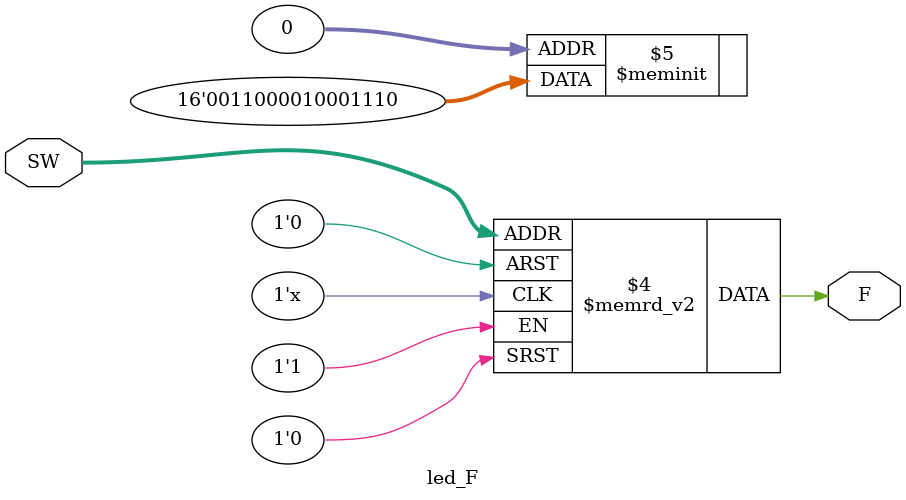
<source format=v>
module led_F (input [0:3] SW,
              output reg F);
always @ (*) begin
	case(SW)
    0: F=~1;
	1: F=~0;
	2: F=~0;
	3: F=~0;
	4: F=~1;
	5: F=~1;
	6: F=~1;
	7: F=~0;
	8: F=~1;
	9: F=~1;
	10: F=~1;
	11: F=~1;
	12: F=~0;
	13: F=~0;
	14: F=~1;
	15: F=~1;
	endcase
end            
endmodule
</source>
